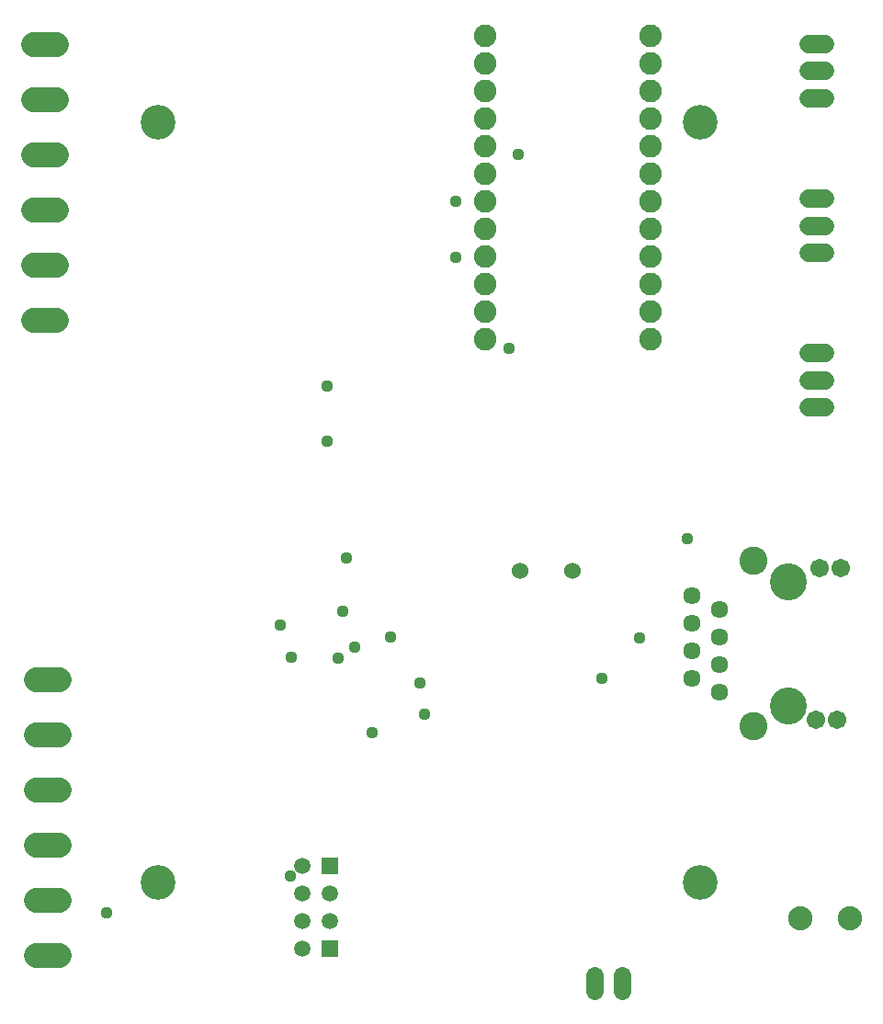
<source format=gbr>
G04 EAGLE Gerber RS-274X export*
G75*
%MOMM*%
%FSLAX34Y34*%
%LPD*%
%AMOC8*
5,1,8,0,0,1.08239X$1,22.5*%
G01*
%ADD10C,3.203200*%
%ADD11C,2.235200*%
%ADD12C,1.625600*%
%ADD13C,1.727200*%
%ADD14R,1.511200X1.511200*%
%ADD15C,1.511200*%
%ADD16C,2.082800*%
%ADD17C,2.298700*%
%ADD18C,1.524000*%
%ADD19C,1.611200*%
%ADD20C,2.603200*%
%ADD21C,1.711200*%
%ADD22C,3.403600*%
%ADD23C,1.109600*%


D10*
X172500Y832500D03*
X672500Y832500D03*
X172500Y132500D03*
X672500Y132500D03*
D11*
X810000Y100000D03*
X764280Y100000D03*
D12*
X600200Y47112D02*
X600200Y32888D01*
X574800Y32888D02*
X574800Y47112D01*
D13*
X772380Y620000D02*
X787620Y620000D01*
X787620Y595000D02*
X772380Y595000D01*
X772380Y570000D02*
X787620Y570000D01*
X787620Y762500D02*
X772380Y762500D01*
X772380Y737500D02*
X787620Y737500D01*
X787620Y712500D02*
X772380Y712500D01*
D14*
X331125Y148250D03*
X331125Y72050D03*
D15*
X331125Y122850D03*
X331125Y97450D03*
X305725Y97450D03*
X305725Y122850D03*
X305725Y148250D03*
X305725Y72050D03*
D16*
X626200Y633000D03*
X626200Y658400D03*
X626200Y683800D03*
X626200Y709200D03*
X626200Y734600D03*
X626200Y760000D03*
X626200Y785400D03*
X626200Y810800D03*
X626200Y836200D03*
X626200Y861600D03*
X626200Y887000D03*
X626200Y912400D03*
X473800Y912400D03*
X473800Y887000D03*
X473800Y861600D03*
X473800Y836200D03*
X473800Y810800D03*
X473800Y785400D03*
X473800Y760000D03*
X473800Y734600D03*
X473800Y709200D03*
X473800Y683800D03*
X473800Y658400D03*
X473800Y633000D03*
D17*
X78778Y904500D02*
X57823Y904500D01*
X57823Y853700D02*
X78778Y853700D01*
X78778Y650500D02*
X57823Y650500D01*
X57823Y802900D02*
X78778Y802900D01*
X78778Y752100D02*
X57823Y752100D01*
X57823Y701300D02*
X78778Y701300D01*
X81278Y319500D02*
X60323Y319500D01*
X60323Y268700D02*
X81278Y268700D01*
X81278Y65500D02*
X60323Y65500D01*
X60323Y217900D02*
X81278Y217900D01*
X81278Y167100D02*
X60323Y167100D01*
X60323Y116300D02*
X81278Y116300D01*
D13*
X772380Y905000D02*
X787620Y905000D01*
X787620Y880000D02*
X772380Y880000D01*
X772380Y855000D02*
X787620Y855000D01*
D18*
X505870Y420000D03*
X554130Y420000D03*
D19*
X690000Y308050D03*
X664600Y320750D03*
X690000Y333450D03*
X664600Y346150D03*
X690000Y358850D03*
X664600Y371550D03*
X690000Y384250D03*
X664600Y396950D03*
D20*
X721413Y429325D03*
X721413Y276470D03*
D21*
X801244Y422231D03*
X779018Y282768D03*
X782194Y422231D03*
X798069Y282769D03*
D22*
X753500Y409650D03*
X753500Y295350D03*
D23*
X346500Y431750D03*
X504625Y803000D03*
X446875Y760375D03*
X353375Y349250D03*
X496375Y624250D03*
X285000Y370000D03*
X446875Y708125D03*
X328625Y589875D03*
X125125Y104500D03*
X328625Y539000D03*
X294250Y138875D03*
X413875Y316250D03*
X369875Y270875D03*
X660000Y449625D03*
X338250Y339625D03*
X295000Y340000D03*
X342375Y382250D03*
X386375Y358875D03*
X616000Y357500D03*
X581625Y320375D03*
X418000Y287375D03*
M02*

</source>
